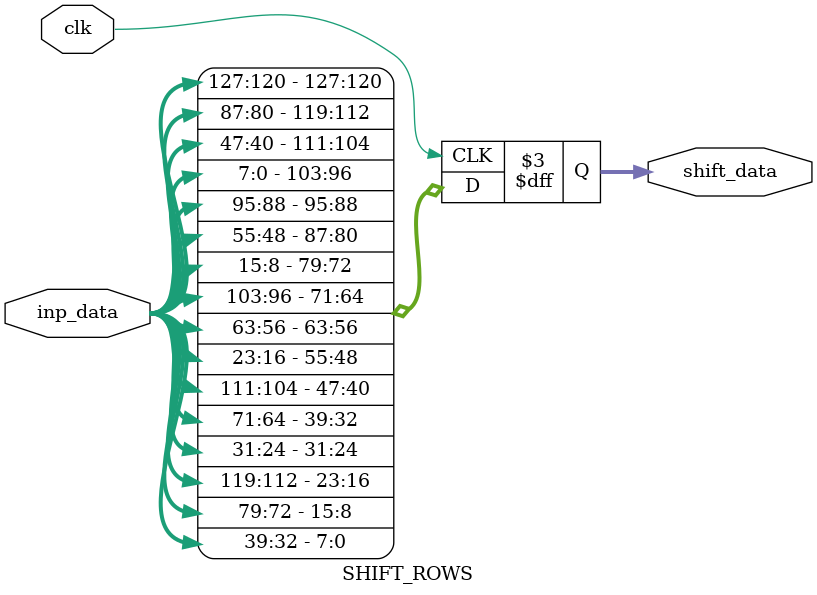
<source format=v>
module SHIFT_ROWS(clk,inp_data,shift_data);

input clk;
input [127:0] inp_data;
output reg [127:0] shift_data = 128'b0;

    always @(posedge clk) begin
      shift_data[127:120] = inp_data[127:120];  
      shift_data[119:112] = inp_data[87:80];
      shift_data[111:104] = inp_data[47:40];
      shift_data[103:96] = inp_data[7:0];

      shift_data[95:88] = inp_data[95:88];
      shift_data[87:80] = inp_data[55:48];
      shift_data[79:72] = inp_data[15:8];
      shift_data[71:64] = inp_data[103:96];

      shift_data[63:56] = inp_data[63:56];
      shift_data[55:48] = inp_data[23:16];
      shift_data[47:40] = inp_data[111:104];
      shift_data[39:32] = inp_data[71:64];

      shift_data[31:24] = inp_data[31:24];
      shift_data[23:16] = inp_data[119:112];
      shift_data[15:8] = inp_data[79:72];
      shift_data[7:0] = inp_data[39:32]; 
    end

endmodule
</source>
